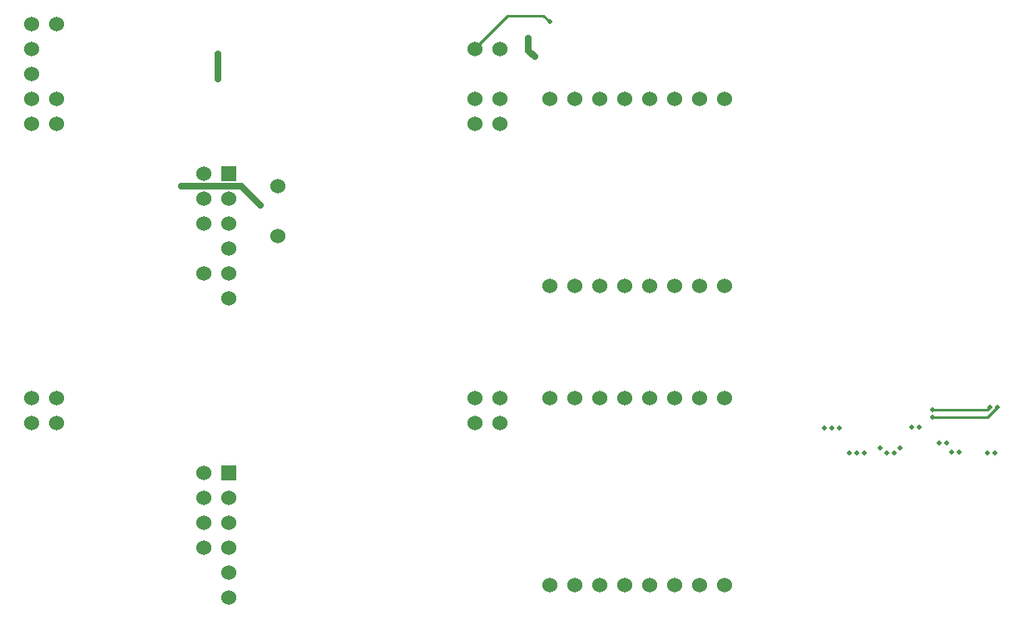
<source format=gbr>
G04 start of page 4 for group 2 idx 13 *
G04 Title: (unknown), jump *
G04 Creator: pcb 4.2.0 *
G04 CreationDate: Wed Jul 29 19:47:20 2020 UTC *
G04 For: commonadmin *
G04 Format: Gerber/RS-274X *
G04 PCB-Dimensions (mil): 6000.00 7000.00 *
G04 PCB-Coordinate-Origin: lower left *
%MOIN*%
%FSLAX25Y25*%
%LNBOTTOM*%
%ADD24C,0.0380*%
%ADD23C,0.0001*%
%ADD22C,0.0200*%
%ADD21C,0.0600*%
%ADD20C,0.0100*%
%ADD19C,0.0250*%
G54D19*X164500Y368000D02*Y358000D01*
X150000Y315000D02*X174000D01*
X181500Y307500D01*
X289000Y374500D02*Y369500D01*
X291500Y367000D01*
G54D20*X267500Y370000D02*Y370500D01*
X280500Y383500D01*
X295000D01*
X297500Y381000D01*
X451000Y225500D02*X473000D01*
X474000Y226500D01*
X451000Y222500D02*X473000D01*
X477000Y226500D01*
G54D21*X327500Y155000D03*
X337500D03*
X347500D03*
X357500D03*
X297500D03*
X307500D03*
X317500D03*
X297500Y230000D03*
X277500D03*
Y220000D03*
X267500D03*
Y230000D03*
X367500Y155000D03*
X307500Y230000D03*
X317500D03*
X327500D03*
X337500D03*
X347500D03*
X357500D03*
X367500D03*
Y275000D03*
X357500D03*
X347500D03*
X337500D03*
X327500D03*
X317500D03*
X307500D03*
X297500D03*
G54D22*X458499Y208500D03*
X438000Y210000D03*
X461500Y208500D03*
X473000Y208000D03*
X476000D03*
X453500Y212000D03*
X456500D03*
X442500Y218500D03*
X445500D03*
X430000Y210000D03*
X432500Y208000D03*
X435500D03*
X417500D03*
X420500D03*
X423500D03*
X407500Y218000D03*
X410500D03*
X413500D03*
G54D23*G36*
X166000Y323000D02*Y317000D01*
X172000D01*
Y323000D01*
X166000D01*
G37*
G54D21*X169000Y310000D03*
Y300000D03*
X188500Y315000D03*
X267500Y350000D03*
Y340000D03*
X277500D03*
Y350000D03*
X169000Y290000D03*
Y280000D03*
Y270000D03*
X188500Y295000D03*
X367500Y350000D03*
X357500D03*
X347500D03*
X337500D03*
X327500D03*
X317500D03*
X307500D03*
X297500D03*
X100000Y230000D03*
Y220000D03*
X90000D03*
Y230000D03*
G54D23*G36*
X166000Y203000D02*Y197000D01*
X172000D01*
Y203000D01*
X166000D01*
G37*
G54D21*X169000Y190000D03*
Y180000D03*
Y170000D03*
Y160000D03*
Y150000D03*
X90000Y350000D03*
Y340000D03*
X100000D03*
Y350000D03*
X159000Y320000D03*
Y310000D03*
G54D22*X164500Y368000D03*
Y358000D03*
X150000Y315000D03*
X181500Y307500D03*
G54D21*X277500Y370000D03*
G54D22*X291500Y367000D03*
X289000Y374500D03*
G54D21*X159000Y280000D03*
Y200000D03*
Y190000D03*
Y180000D03*
Y170000D03*
Y300000D03*
G54D22*X297500Y381000D03*
X474000Y226500D03*
X477000D03*
X451000Y222500D03*
Y225500D03*
G54D21*X267500Y370000D03*
X100000Y380000D03*
X90000D03*
Y370000D03*
Y360000D03*
G54D24*G54D20*G54D24*G54D20*G54D24*G54D20*G54D24*G54D20*G54D24*M02*

</source>
